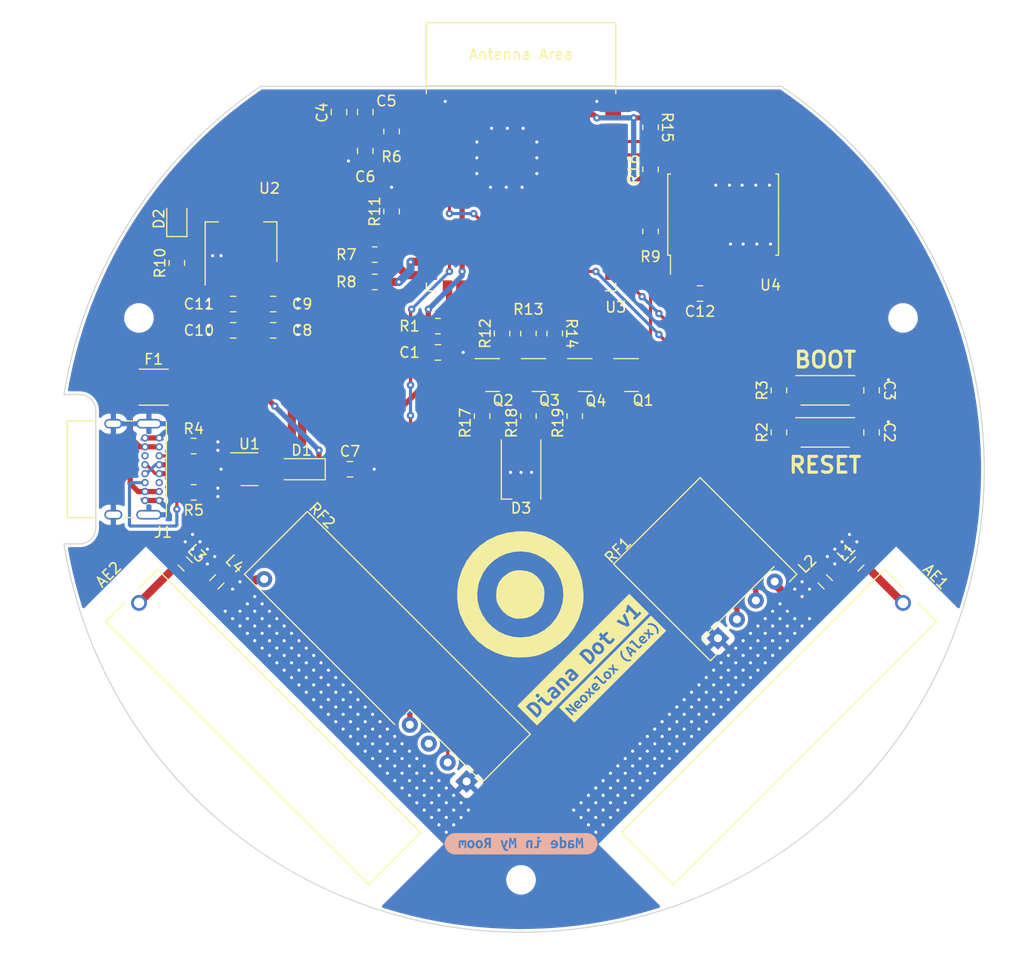
<source format=kicad_pcb>
(kicad_pcb (version 20211014) (generator pcbnew)
  (title_block (title "Quiver") (date "2022-11-06") (rev "v1") (company "Designed by Neoxelox (Alex)"))
  (layers (0 "F.Cu" signal) (31 "B.Cu" power) (34 "B.Paste" user) (35 "F.Paste" user) (36 "B.SilkS" user "B.Silkscreen") (37 "F.SilkS" user "F.Silkscreen") (38 "B.Mask" user) (39 "F.Mask" user) (44 "Edge.Cuts" user))
  (net 0 "")
  (net 1 "Net-(AE1-Pad1)")
  (net 2 "Net-(AE2-Pad1)")
  (net 3 "GND")
  (net 4 "+3.3V")
  (net 5 "Net-(C2-Pad2)")
  (net 6 "Net-(C3-Pad2)")
  (net 7 "/ESP_EN")
  (net 8 "+5V")
  (net 9 "/VBUS")
  (net 10 "Net-(D2-Pad1)")
  (net 11 "Net-(D3-Pad4)")
  (net 12 "Net-(D3-Pad5)")
  (net 13 "Net-(D3-Pad6)")
  (net 14 "Net-(F1-Pad1)")
  (net 15 "Net-(J1-PadA5)")
  (net 16 "Net-(J1-PadA6)")
  (net 17 "Net-(J1-PadA7)")
  (net 19 "Net-(J1-PadB5)")
  (net 21 "Net-(L1-Pad2)")
  (net 22 "Net-(Q1-Pad1)")
  (net 23 "Net-(Q1-Pad2)")
  (net 24 "Net-(Q2-Pad1)")
  (net 25 "Net-(Q2-Pad2)")
  (net 26 "Net-(Q3-Pad1)")
  (net 27 "Net-(Q3-Pad2)")
  (net 28 "Net-(Q4-Pad1)")
  (net 29 "Net-(Q4-Pad2)")
  (net 30 "/ESP_JTAG")
  (net 31 "/ESP_BOOT")
  (net 32 "Net-(R7-Pad1)")
  (net 33 "/USB_D-")
  (net 34 "Net-(R8-Pad1)")
  (net 35 "/USB_D+")
  (net 36 "/DEVICE_TX")
  (net 37 "/DEVICE_RX")
  (net 38 "/STATUS_BLUE")
  (net 39 "/STATUS_GREEN")
  (net 40 "/STATUS_RED")
  (net 41 "/CHRON_SDA")
  (net 42 "/CHRON_SCL")
  (net 73 "Net-(L3-Pad1)")
  (footprint "CU_Image:logo" (layer "F.Cu") (at 148.43 110.5)
    (fp_text reference "G***" hide)
    (fp_text value "LOGO" hide)
  )
  (footprint "Resistor_SMD:R_0805_2012Metric" (layer "F.Cu") (at 151.7 85.7 -90)
    (fp_text reference "R14")
    (fp_text value "1K")
  )
  (footprint "Capacitor_SMD:C_0805_2012Metric" (layer "F.Cu") (at 124.95 82.9)
    (fp_text reference "C9")
    (fp_text value "1uF")
  )
  (footprint "MountingHole:MountingHole_2.2mm_M2" (layer "F.Cu") (at 184.79 84.22)
    (fp_text reference "H3" hide)
    (fp_text value "MountingHole")
  )
  (footprint "Resistor_SMD:R_0805_2012Metric" (layer "F.Cu") (at 149.2 85.7 -90)
    (fp_text reference "R13")
    (fp_text value "1K")
  )
  (footprint "Resistor_SMD:R_0805_2012Metric" (layer "F.Cu") (at 136.2 74.1 90)
    (fp_text reference "R11")
    (fp_text value "10K")
  )
  (footprint "Package_TO_SOT_SMD:SOT-23" (layer "F.Cu") (at 145.8 89.65)
    (fp_text reference "Q2")
    (fp_text value "BC847B")
  )
  (footprint "Capacitor_SMD:C_0805_2012Metric" (layer "F.Cu") (at 181.8 95.1 -90)
    (fp_text reference "C2")
    (fp_text value "0.1uF")
  )
  (footprint "RF_Espressif:ESP32-S3-WROOM-2" (layer "F.Cu") (at 148.5 71.9)
    (fp_text reference "U3")
    (fp_text value "ESP32-S3-WROOM-2-N32R8V")
  )
  (footprint "Capacitor_SMD:C_0805_2012Metric" (layer "F.Cu") (at 133.7 64.65 90)
    (fp_text reference "C5")
    (fp_text value "0.1uF")
  )
  (footprint "Connector_GCT:GCT_USB4085" (layer "F.Cu") (at 114.125 95.625 -90)
    (fp_text reference "J1")
    (fp_text value "USB4085")
  )
  (footprint "CU_Antenna:W3127" (layer "F.Cu") (at 184.791006 111.308995 -135)
    (fp_text reference "AE1")
    (fp_text value "XDCR_W3127")
  )
  (footprint "Inductor_SMD:L_0805_2012Metric" (layer "F.Cu") (at 119.6 109.3 45)
    (fp_text reference "L4")
    (fp_text value "6.8nH")
  )
  (footprint "Capacitor_SMD:C_0805_2012Metric" (layer "F.Cu") (at 140.6 87.5 180)
    (fp_text reference "C1")
    (fp_text value "0.1uF")
  )
  (footprint "Package_TO_SOT_SMD:SOT-23-6" (layer "F.Cu") (at 122.7 98.6)
    (fp_text reference "U1")
    (fp_text value "USBLC6-2SC6")
  )
  (footprint "Resistor_SMD:R_0805_2012Metric" (layer "F.Cu") (at 153.6 93.55 -90)
    (fp_text reference "R19")
    (fp_text value "330R")
  )
  (footprint "Package_TO_SOT_SMD:SOT-223-3_TabPin2" (layer "F.Cu") (at 121.9 77 90)
    (fp_text reference "U2")
    (fp_text value "LDL1117S33R")
  )
  (footprint "Inductor_SMD:L_0805_2012Metric" (layer "F.Cu") (at 177.4 109.3 135)
    (fp_text reference "L2")
    (fp_text value "6.8nH")
  )
  (footprint "Capacitor_SMD:C_0805_2012Metric" (layer "F.Cu") (at 181.8 91.1 -90)
    (fp_text reference "C3")
    (fp_text value "0.1uF")
  )
  (footprint "Capacitor_SMD:C_0805_2012Metric" (layer "F.Cu") (at 124.95 85.4)
    (fp_text reference "C8")
    (fp_text value "10uF")
  )
  (footprint "RF_Quasar:QAM-TX2" (layer "F.Cu") (at 167.210921 114.667254 45)
    (fp_text reference "RF1")
    (fp_text value "QAM-TX2")
  )
  (footprint "Resistor_SMD:R_0805_2012Metric" (layer "F.Cu") (at 136.2 66.5 -90)
    (fp_text reference "R6")
    (fp_text value "10K")
  )
  (footprint "Package_TO_SOT_SMD:SOT-23" (layer "F.Cu") (at 154.6 89.65)
    (fp_text reference "Q4")
    (fp_text value "BC847B")
  )
  (footprint "Capacitor_SMD:C_0805_2012Metric" (layer "F.Cu") (at 165.5 81.9)
    (fp_text reference "C12")
    (fp_text value "0.1uF")
  )
  (footprint "Resistor_SMD:R_0805_2012Metric" (layer "F.Cu") (at 160.8 76 90)
    (fp_text reference "R9")
    (fp_text value "1K")
  )
  (footprint "RF_Quasar:QAM-RX10" (layer "F.Cu") (at 137.938998 122.887337 -45)
    (fp_text reference "RF2")
    (fp_text value "QAM-RX10")
  )
  (footprint "Inductor_SMD:L_0805_2012Metric" (layer "F.Cu") (at 116.6 107.6 135)
    (fp_text reference "L3")
    (fp_text value "12nH")
  )
  (footprint "Resistor_SMD:R_0805_2012Metric" (layer "F.Cu") (at 144.8 93.55 -90)
    (fp_text reference "R17")
    (fp_text value "330R")
  )
  (footprint "Resistor_SMD:R_0805_2012Metric" (layer "F.Cu") (at 134.6 78.2)
    (fp_text reference "R7")
    (fp_text value "22R")
  )
  (footprint "Package_SO:SOIC-16W_7.5x10.3mm_P1.27mm" (layer "F.Cu") (at 167.7 74.4 90)
    (fp_text reference "U4")
    (fp_text value "DS3231SN")
  )
  (footprint "Capacitor_SMD:C_0805_2012Metric" (layer "F.Cu") (at 121.15 85.4 180)
    (fp_text reference "C10")
    (fp_text value "4.7uF")
  )
  (footprint "CU_Antenna:W3127" (layer "F.Cu") (at 112.208995 111.308995 -45)
    (fp_text reference "AE2")
    (fp_text value "XDCR_W3127")
  )
  (footprint "Switch_KMR:KMR421G-LFS" (layer "F.Cu") (at 177.4 91.1)
    (fp_text reference "SW2" hide)
    (fp_text value "KMR421G-LFS")
  )
  (footprint "Resistor_SMD:R_0805_2012Metric" (layer "F.Cu") (at 160.8 66.1 90)
    (fp_text reference "R15")
    (fp_text value "4K7")
  )
  (footprint "MountingHole:MountingHole_2.2mm_M2" (layer "F.Cu") (at 112.2 84.22)
    (fp_text reference "H2" hide)
    (fp_text value "MountingHole")
  )
  (footprint "Resistor_SMD:R_0805_2012Metric" (layer "F.Cu") (at 117.4 100.8)
    (fp_text reference "R5")
    (fp_text value "5K1")
  )
  (footprint "Diode_SMD:D_SOD-123" (layer "F.Cu") (at 127.65 98.6 180)
    (fp_text reference "D1")
    (fp_text value "1N5819HW-7-F")
  )
  (footprint "Resistor_SMD:R_0805_2012Metric" (layer "F.Cu") (at 173 95.1 90)
    (fp_text reference "R2")
    (fp_text value "0R")
  )
  (footprint "MountingHole:MountingHole_2.2mm_M2" (layer "F.Cu") (at 148.5 137.63)
    (fp_text reference "H1" hide)
    (fp_text value "MountingHole")
  )
  (footprint "Inductor_SMD:L_0805_2012Metric" (layer "F.Cu") (at 180.4 107.6 -135)
    (fp_text reference "L1")
    (fp_text value "12nH")
  )
  (footprint "LED_SMD:LED_0805_2012Metric" (layer "F.Cu") (at 115.8 74.8 90)
    (fp_text reference "D2")
    (fp_text value "MP008293")
  )
  (footprint "Resistor_SMD:R_0805_2012Metric" (layer "F.Cu") (at 149.2 93.55 -90)
    (fp_text reference "R18")
    (fp_text value "330R")
  )
  (footprint "Resistor_SMD:R_0805_2012Metric" (layer "F.Cu") (at 140.6 85)
    (fp_text reference "R1")
    (fp_text value "0R")
  )
  (footprint "Capacitor_SMD:C_0805_2012Metric" (layer "F.Cu") (at 133.7 68.35 -90)
    (fp_text reference "C6")
    (fp_text value "1uF")
  )
  (footprint "CU_Polyfuse:MF-MSMF075-24" (layer "F.Cu") (at 113.6 90.8)
    (fp_text reference "F1")
    (fp_text value "MF-MSMF075/24")
  )
  (footprint "Capacitor_SMD:C_0805_2012Metric" (layer "F.Cu") (at 131.2 64.65 90)
    (fp_text reference "C4")
    (fp_text value "22uF")
  )
  (footprint "Resistor_SMD:R_0805_2012Metric" (layer "F.Cu") (at 146.7 85.7 -90)
    (fp_text reference "R12")
    (fp_text value "1K")
  )
  (footprint "Resistor_SMD:R_0805_2012Metric" (layer "F.Cu") (at 115.8 79 90)
    (fp_text reference "R10")
    (fp_text value "5K1")
  )
  (footprint "Capacitor_SMD:C_0805_2012Metric" (layer "F.Cu") (at 132.25 98.6)
    (fp_text reference "C7")
    (fp_text value "10uF")
  )
  (footprint "Resistor_SMD:R_0805_2012Metric" (layer "F.Cu") (at 134.6 80.8)
    (fp_text reference "R8")
    (fp_text value "22R")
  )
  (footprint "Resistor_SMD:R_0805_2012Metric" (layer "F.Cu") (at 160.8 70.1 90)
    (fp_text reference "R16")
    (fp_text value "4K7")
  )
  (footprint "Package_TO_SOT_SMD:SOT-23" (layer "F.Cu") (at 159 89.65)
    (fp_text reference "Q1")
    (fp_text value "BC847B")
  )
  (footprint "Package_TO_SOT_SMD:SOT-23" (layer "F.Cu") (at 150.2 89.65)
    (fp_text reference "Q3")
    (fp_text value "BC847B")
  )
  (footprint "Resistor_SMD:R_0805_2012Metric" (layer "F.Cu") (at 173 91.1 90)
    (fp_text reference "R3")
    (fp_text value "0R")
  )
  (footprint "Resistor_SMD:R_0805_2012Metric" (layer "F.Cu") (at 117.4 96.4)
    (fp_text reference "R4")
    (fp_text value "5K1")
  )
  (footprint "kibuzzard-6373EBEE" (layer "F.Cu") (at 154.4 116.7 45)
    (fp_text reference "kibuzzard-6373EBEE" hide)
    (fp_text value "G***" hide)
  )
  (footprint "LED_CREE:CLX6F-FKC" (layer "F.Cu") (at 148.5 98.6 90)
    (fp_text reference "D3")
    (fp_text value "CLX6F-FKC")
  )
  (footprint "kibuzzard-6373EB20" (layer "F.Cu") (at 157.2 117.6 45)
    (fp_text reference "kibuzzard-6373EB20" hide)
    (fp_text value "G***" hide)
  )
  (footprint "Capacitor_SMD:C_0805_2012Metric" (layer "F.Cu") (at 121.15 82.9 180)
    (fp_text reference "C11")
    (fp_text value "10uF")
  )
  (footprint "Switch_KMR:KMR421G-LFS" (layer "F.Cu") (at 177.4 95.1)
    (fp_text reference "SW1" hide)
    (fp_text value "KMR421G-LFS")
  )
  (footprint "kibuzzard-6373EA89" (layer "B.Cu") (at 148.5 134.2 180)
    (fp_text reference "kibuzzard-6373EA89" hide)
    (fp_text value "G***" hide)
  )
  (gr_line (start 108.1 93.03) (end 108.1 104.17) (layer "Edge.Cuts") (width 0.1))
  (gr_line (start 106.57 105.7) (end 105.070471 105.699923) (layer "Edge.Cuts") (width 0.1))
  (gr_line (start 105.07 91.5) (end 106.57 91.5) (layer "Edge.Cuts") (width 0.1))
  (gr_arc (start 106.57 91.5) (mid 107.651873 91.948127) (end 108.1 93.03) (layer "Edge.Cuts") (width 0.1))
  (gr_line (start 123.769732 62.199606) (end 173.23 62.2) (layer "Edge.Cuts") (width 0.1))
  (gr_arc (start 105.07 91.5) (mid 111.404396 74.925307) (end 123.769732 62.199606) (layer "Edge.Cuts") (width 0.1))
  (gr_arc (start 108.1 104.17) (mid 107.651873 105.251873) (end 106.57 105.7) (layer "Edge.Cuts") (width 0.1))
  (gr_arc (start 173.23 62.2) (mid 172.174436 135.695202) (end 105.070471 105.699923) (layer "Edge.Cuts") (width 0.1))
  (gr_text "BOOT" (at 177.4 88.2) (layer "F.SilkS") (effects (font (size 1.5 1.5) (thickness 0.3))))
  (gr_text "RESET" (at 177.4 98.2) (layer "F.SilkS") (effects (font (size 1.5 1.5) (thickness 0.3))))
  (segment (start 181.402602 107.920591) (end 184.791006 111.308995) (width 0.755) (layer "F.Cu") (net 1))
  (segment (start 181.402602 107.1) (end 181.402602 107.920591) (width 0.755) (layer "F.Cu") (net 1))
  (segment (start 115.848699 106.848699) (end 115.848699 107.669291) (width 0.755) (layer "F.Cu") (net 2))
  (segment (start 115.848699 107.669291) (end 112.208995 111.308995) (width 0.755) (layer "F.Cu") (net 2))
  (segment (start 133.76 63.64) (end 133.7 63.7) (width 0.5) (layer "F.Cu") (net 3))
  (segment (start 136.2 73.1875) (end 136.2 71.8) (width 0.5) (layer "F.Cu") (net 3))
  (segment (start 141.55 87.5) (end 143 87.5) (width 0.5) (layer "F.Cu") (net 3))
  (segment (start 133.2 98.6) (end 134.55 98.6) (width 0.5) (layer "F.Cu") (net 3))
  (segment (start 157.25 63.64) (end 155.9 63.64) (width 0.5) (layer "F.Cu") (net 3))
  (segment (start 166.45 81.9) (end 168.335 80.015) (width 0.5) (layer "F.Cu") (net 3))
  (segment (start 112.775 101.575) (end 114.125 101.575) (width 0.5) (layer "F.Cu") (net 3))
  (segment (start 133.7 63.7) (end 131.2 63.7) (width 0.5) (layer "F.Cu") (net 3))
  (segment (start 120 98.6) (end 121.5625 98.6) (width 0.5) (layer "F.Cu") (net 3))
  (segment (start 139.75 63.64) (end 133.76 63.64) (width 0.5) (layer "F.Cu") (net 3))
  (segment (start 112.775 95.625) (end 114.125 95.625) (width 0.5) (layer "F.Cu") (net 3))
  (segment (start 139.75 63.64) (end 141.3 63.64) (width 0.5) (layer "F.Cu") (net 3))
  (segment (start 133.7 69.3) (end 132.1 69.3) (width 0.5) (layer "F.Cu") (net 3))
  (segment (start 115.8 79.9125) (end 119.3625 79.9125) (width 0.5) (layer "F.Cu") (net 3))
  (segment (start 119.3625 79.9125) (end 119.6 80.15) (width 0.5) (layer "F.Cu") (net 3))
  (segment (start 168.335 80.015) (end 168.335 79.05) (width 0.5) (layer "F.Cu") (net 3))
  (via (at 168.3 71.6) (size 0.7) (drill 0.3) (layers "F.Cu" "B.Cu") (net 3))
  (via (at 168.9 118.4) (size 0.7) (drill 0.3) (layers "F.Cu" "B.Cu") (net 3))
  (via (at 139.3 131) (size 0.7) (drill 0.3) (layers "F.Cu" "B.Cu") (net 3))
  (via (at 178.3 107.6) (size 0.7) (drill 0.3) (layers "F.Cu" "B.Cu") (net 3))
  (via (at 128.8 117.7) (size 0.7) (drill 0.3) (layers "F.Cu" "B.Cu") (net 3))
  (via (at 161.9 126.8) (size 0.7) (drill 0.3) (layers "F.Cu" "B.Cu") (net 3))
  (via (at 127.3 85.8) (size 0.7) (drill 0.3) (layers "F.Cu" "B.Cu") (net 3))
  (via (at 160.5 128.2) (size 0.7) (drill 0.3) (layers "F.Cu" "B.Cu") (net 3))
  (via (at 165.4 119.1) (size 0.7) (drill 0.3) (layers "F.Cu" "B.Cu") (net 3))
  (via (at 150 70.5) (size 0.7) (drill 0.3) (layers "F.Cu" "B.Cu") (net 3))
  (via (at 167 71.6) (size 0.7) (drill 0.3) (layers "F.Cu" "B.Cu") (net 3))
  (via (at 183.4 90.1) (size 0.7) (drill 0.3) (layers "F.Cu" "B.Cu") (net 3))
  (via (at 129.5 117) (size 0.7) (drill 0.3) (layers "F.Cu" "B.Cu") (net 3))
  (via (at 129.5 118.4) (size 0.7) (drill 0.3) (layers "F.Cu" "B.Cu") (net 3))
  (via (at 140 130.3) (size 0.7) (drill 0.3) (layers "F.Cu" "B.Cu") (net 3))
  (via (at 166.1 122.6) (size 0.7) (drill 0.3) (layers "F.Cu" "B.Cu") (net 3))
  (via (at 160.5 126.8) (size 0.7) (drill 0.3) (layers "F.Cu" "B.Cu") (net 3))
  (via (at 157 128.9) (size 0.7) (drill 0.3) (layers "F.Cu" "B.Cu") (net 3))
  (via (at 137.2 126.1) (size 0.7) (drill 0.3) (layers "F.Cu" "B.Cu") (net 3))
  (via (at 133.7 125.4) (size 0.7) (drill 0.3) (layers "F.Cu" "B.Cu") (net 3))
  (via (at 179 106.9) (size 0.7) (drill 0.3) (layers "F.Cu" "B.Cu") (net 3))
  (via (at 118.8 85.8) (size 0.7) (drill 0.3) (layers "F.Cu" "B.Cu") (net 3))
  (via (at 156.3 131) (size 0.7) (drill 0.3) (layers "F.Cu" "B.Cu") (net 3))
  (via (at 166.8 117.7) (size 0.7) (drill 0.3) (layers "F.Cu" "B.Cu") (net 3))
  (via (at 165.4 123.3) (size 0.7) (drill 0.3) (layers "F.Cu" "B.Cu") (net 3))
  (via (at 126 116.3) (size 0.7) (drill 0.3) (layers "F.Cu" "B.Cu") (net 3))
  (via (at 169.6 116.3) (size 0.7) (drill 0.3) (layers "F.Cu" "B.Cu") (net 3))
  (via (at 168.2 119.1) (size 0.7) (drill 0.3) (layers "F.Cu" "B.Cu") (net 3))
  (via (at 169.5 71.6) (size 0.7) (drill 0.3) (layers "F.Cu" "B.Cu") (net 3))
  (via (at 154.9 132.4) (size 0.7) (drill 0.3) (layers "F.Cu" "B.Cu") (net 3))
  (via (at 126 113.5) (size 0.7) (drill 0.3) (layers "F.Cu" "B.Cu") (net 3))
  (via (at 127.4 114.9) (size 0.7) (drill 0.3) (layers "F.Cu" "B.Cu") (net 3))
  (via (at 159.1 126.8) (size 0.7) (drill 0.3) (layers "F.Cu" "B.Cu") (net 3))
  (via (at 118.8 83.3) (size 0.7) (drill 0.3) (layers "F.Cu" "B.Cu") (net 3))
  (via (at 171 114.9) (size 0.7) (drill 0.3) (layers "F.Cu" "B.Cu") (net 3))
  (via (at 138.6 126.1) (size 0.7) (drill 0.3) (layers "F.Cu" "B.Cu") (net 3))
  (via (at 175.9 110) (size 0.7) (drill 0.3) (layers "F.Cu" "B.Cu") (net 3))
  (via (at 169.6 119.1) (size 0.7) (drill 0.3) (layers "F.Cu" "B.Cu") (net 3))
  (via (at 159.1 129.6) (size 0.7) (drill 0.3) (layers "F.Cu" "B.Cu") (net 3))
  (via (at 157.7 126.8) (size 0.7) (drill 0.3) (layers "F.Cu" "B.Cu") (net 3))
  (via (at 134.4 124.7) (size 0.7) (drill 0.3) (layers "F.Cu" "B.Cu") (net 3))
  (via (at 132.3 124) (size 0.7) (drill 0.3) (layers "F.Cu" "B.Cu") (net 3))
  (via (at 171 117.7) (size 0.7) (drill 0.3) (layers "F.Cu" "B.Cu") (net 3))
  (via (at 118.7 106.2) (size 0.7) (drill 0.3) (layers "F.Cu" "B.Cu") (net 3))
  (via (at 168.2 120.5) (size 0.7) (drill 0.3) (layers "F.Cu" "B.Cu") (net 3))
  (via (at 171.7 114.2) (size 0.7) (drill 0.3) (layers "F.Cu" "B.Cu") (net 3))
  (via (at 147.2 66.2) (size 0.7) (drill 0.3) (layers "F.Cu" "B.Cu") (net 3))
  (via (at 135.1 122.6) (size 0.7) (drill 0.3) (layers "F.Cu" "B.Cu") (net 3))
  (via (at 159.1 128.2) (size 0.7) (drill 0.3) (layers "F.Cu" "B.Cu") (net 3))
  (via (at 127.3 83.3) (size 0.7) (drill 0.3) (layers "F.Cu" "B.Cu") (net 3))
  (via (at 133 120.5) (size 0.7) (drill 0.3) (layers "F.Cu" "B.Cu") (net 3))
  (via (at 136.5 126.8) (size 0.7) (drill 0.3) (layers "F.Cu" "B.Cu") (net 3))
  (via (at 179.7 104.8) (size 0.7) (drill 0.3) (layers "F.Cu" "B.Cu") (net 3))
  (via (at 144.3 67.5) (size 0.7) (drill 0.3) (layers "F.Cu" "B.Cu") (net 3))
  (via (at 168.9 117) (size 0.7) (drill 0.3) (layers "F.Cu" "B.Cu") (net 3))
  (via (at 166.1 118.4) (size 0.7) (drill 0.3) (layers "F.Cu" "B.Cu") (net 3))
  (via (at 133 123.3) (size 0.7) (drill 0.3) (layers "F.Cu" "B.Cu") (net 3))
  (via (at 130.2 117.7) (size 0.7) (drill 0.3) (layers "F.Cu" "B.Cu") (net 3))
  (via (at 123.9 112.8) (size 0.7) (drill 0.3) (layers "F.Cu" "B.Cu") (net 3))
  (via (at 173.8 112.1) (size 0.7) (drill 0.3) (layers "F.Cu" "B.Cu") (net 3))
  (via (at 164.7 122.6) (size 0.7) (drill 0.3) (layers "F.Cu" "B.Cu") (net 3))
  (via (at 171 116.3) (size 0.7) (drill 0.3) (layers "F.Cu" "B.Cu") (net 3))
  (via (at 133.7 122.6) (size 0.7) (drill 0.3) (layers "F.Cu" "B.Cu") (net 3))
  (via (at 166.1 119.8) (size 0.7) (drill 0.3) (layers "F.Cu" "B.Cu") (net 3))
  (via (at 123.2 110.7) (size 0.7) (drill 0.3) (layers "F.Cu" "B.Cu") (net 3))
  (via (at 118.8 82.5) (size 0.7) (drill 0.3) (layers "F.Cu" "B.Cu") (net 3))
  (via (at 168.9 115.6) (size 0.7) (drill 0.3) (layers "F.Cu" "B.Cu") (net 3))
  (via (at 124.6 112.1) (size 0.7) (drill 0.3) (layers "F.Cu" "B.Cu") (net 3))
  (via (at 158.4 130.3) (size 0.7) (drill 0.3) (layers "F.Cu" "B.Cu") (net 3))
  (via (at 158.4 127.5) (size 0.7) (drill 0.3) (layers "F.Cu" "B.Cu") (net 3))
  (via (at 118 105.5) (size 0.7) (drill 0.3) (layers "F.Cu" "B.Cu") (net 3))
  (via (at 164.7 119.8) (size 0.7) (drill 0.3) (layers "F.Cu" "B.Cu") (net 3))
  (via (at 178.3 106.2) (size 0.7) (drill 0.3) (layers "F.Cu" "B.Cu") (net 3))
  (via (at 163.3 124) (size 0.7) (drill 0.3) (layers "F.Cu" "B.Cu") (net 3))
  (via (at 140 131.7) (size 0.7) (drill 0.3) (layers "F.Cu" "B.Cu") (net 3))
  (via (at 169.6 77.2) (size 0.7) (drill 0.3) (layers "F.Cu" "B.Cu") (net 3))
  (via (at 167.5 118.4) (size 0.7) (drill 0.3) (layers "F.Cu" "B.Cu") (net 3))
  (via (at 175.2 110.7) (size 0.7) (drill 0.3) (layers "F.Cu" "B.Cu") (net 3))
  (via (at 140.7 128.2) (size 0.7) (drill 0.3) (layers "F.Cu" "B.Cu") (net 3))
  (via (at 144.3 70.5) (size 0.7) (drill 0.3) (layers "F.Cu" "B.Cu") (net 3))
  (via (at 150 67.5) (size 0.7) (drill 0.3) (layers "F.Cu" "B.Cu") (net 3))
  (via (at 166.8 121.9) (size 0.7) (drill 0.3) (layers "F.Cu" "B.Cu") (net 3))
  (via (at 159.8 127.5) (size 0.7) (drill 0.3) (layers "F.Cu" "B.Cu") (net 3))
  (via (at 162.6 121.9) (size 0.7) (drill 0.3) (layers "F.Cu" "B.Cu") (net 3))
  (via (at 117.3 104.8) (size 0.7) (drill 0.3) (layers "F.Cu" "B.Cu") (net 3))
  (via (at 119.4 106.9) (size 0.7) (drill 0.3) (layers "F.Cu" "B.Cu") (net 3))
  (via (at 137.2 127.5) (size 0.7) (drill 0.3) (layers "F.Cu" "B.Cu") (net 3))
  (via (at 119.7 101.2) (size 0.7) (drill 0.3) (layers "F.Cu" "B.Cu") (net 3))
  (via (at 142.1 131) (size 0.7) (drill 0.3) (layers "F.Cu" "B.Cu") (net 3))
  (via (at 133.7 121.2) (size 0.7) (drill 0.3) (layers "F.Cu" "B.Cu") (net 3))
  (via (at 127.4 117.7) (size 0.7) (drill 0.3) (layers "F.Cu" "B.Cu") (net 3))
  (via (at 132.1 69.3) (size 0.7) (drill 0.3) (layers "F.Cu" "B.Cu") (net 3))
  (via (at 132.3 119.8) (size 0.7) (drill 0.3) (layers "F.Cu" "B.Cu") (net 3))
  (via (at 118.7 107.6) (size 0.7) (drill 0.3) (layers "F.Cu" "B.Cu") (net 3))
  (via (at 137.9 126.8) (size 0.7) (drill 0.3) (layers "F.Cu" "B.Cu") (net 3))
  (via (at 130.9 118.4) (size 0.7) (drill 0.3) (layers "F.Cu" "B.Cu") (net 3))
  (via (at 171.7 115.6) (size 0.7) (drill 0.3) (layers "F.Cu" "B.Cu") (net 3))
  (via (at 172.1 71.6) (size 0.7) (drill 0.3) (layers "F.Cu" "B.Cu") (net 3))
  (via (at 160.5 124) (size 0.7) (drill 0.3) (layers "F.Cu" "B.Cu") (net 3))
  (via (at 142.1 129.6) (size 0.7) (drill 0.3) (layers "F.Cu" "B.Cu") (net 3))
  (via (at 137.9 128.2) (size 0.7) (drill 0.3) (layers "F.Cu" "B.Cu") (net 3))
  (via (at 171 113.5) (size 0.7) (drill 0.3) (layers "F.Cu" "B.Cu") (net 3))
  (via (at 124.6 114.9) (size 0.7) (drill 0.3) (layers "F.Cu" "B.Cu") (net 3))
  (via (at 134.4 123.3) (size 0.7) (drill 0.3) (layers "F.Cu" "B.Cu") (net 3))
  (via (at 170.3 118.4) (size 0.7) (drill 0.3) (layers "F.Cu" "B.Cu") (net 3))
  (via (at 173.1 115.6) (size 0.7) (drill 0.3) (layers "F.Cu" "B.Cu") (net 3))
  (via (at 135.1 124) (size 0.7) (drill 0.3) (layers "F.Cu" "B.Cu") (net 3))
  (via (at 154.2 130.3) (size 0.7) (drill 0.3) (layers "F.Cu" "B.Cu") (net 3))
  (via (at 120 98.6) (size 0.7) (drill 0.3) (layers "F.Cu" "B.Cu") (net 3))
  (via (at 126.7 117) (size 0.7) (drill 0.3) (layers "F.Cu" "B.Cu") (net 3))
  (via (at 166.8 120.5) (size 0.7) (drill 0.3) (layers "F.Cu" "B.Cu") (net 3))
  (via (at 139.3 129.6) (size 0.7) (drill 0.3) (layers "F.Cu" "B.Cu") (net 3))
  (via (at 160.5 125.4) (size 0.7) (drill 0.3) (layers "F.Cu" "B.Cu") (net 3))
  (via (at 137.2 124.7) (size 0.7) (drill 0.3) (layers "F.Cu" "B.Cu") (net 3))
  (via (at 165.4 120.5) (size 0.7) (drill 0.3) (layers "F.Cu" "B.Cu") (net 3))
  (via (at 128.8 119.1) (size 0.7) (drill 0.3) (layers "F.Cu" "B.Cu") (net 3))
  (via (at 170.3 117) (size 0.7) (drill 0.3) (layers "F.Cu" "B.Cu") (net 3))
  (via (at 157.7 131) (size 0.7) (drill 0.3) (layers "F.Cu" "B.Cu") (net 3))
  (via (at 183.4 94.1) (size 0.7) (drill 0.3) (layers "F.Cu" "B.Cu") (net 3))
  (via (at 155.6 131.7) (size 0.7) (drill 0.3) (layers "F.Cu" "B.Cu") (net 3))
  (via (at 129.5 119.8) (size 0.7) (drill 0.3) (layers "F.Cu" "B.Cu") (net 3))
  (via (at 135.8 123.3) (size 0.7) (drill 0.3) (layers "F.Cu" "B.Cu") (net 3))
  (via (at 130.2 119.1) (size 0.7) (drill 0.3) (layers "F.Cu" "B.Cu") (net 3))
  (via (at 130.9 119.8) (size 0.7) (drill 0.3) (layers "F.Cu" "B.Cu") (net 3))
  (via (at 130.2 121.9) (size 0.7) (drill 0.3) (layers "F.Cu" "B.Cu") (net 3))
  (via (at 180.4 105.5) (size 0.7) (drill 0.3) (layers "F.Cu" "B.Cu") (net 3))
  (via (at 134.4 126.1) (size 0.7) (drill 0.3) (layers "F.Cu" "B.Cu") (net 3))
  (via (at 172.2 77.2) (size 0.7) (drill 0.3) (layers "F.Cu" "B.Cu") (net 3))
  (via (at 156.3 129.6) (size 0.7) (drill 0.3) (layers "F.Cu" "B.Cu") (net 3))
  (via (at 161.2 123.3) (size 0.7) (drill 0.3) (layers "F.Cu" "B.Cu") (net 3))
  (via (at 132.3 122.6) (size 0.7) (drill 0.3) (layers "F.Cu" "B.Cu") (net 3))
  (via (at 148.5 98.9) (size 0.7) (drill 0.3) (layers "F.Cu" "B.Cu") (net 3))
  (via (at 124.6 116.3) (size 0.7) (drill 0.3) (layers "F.Cu" "B.Cu") (net 3))
  (via (at 130.9 122.6) (size 0.7) (drill 0.3) (layers "F.Cu" "B.Cu") (net 3))
  (via (at 137.2 128.9) (size 0.7) (drill 0.3) (layers "F.Cu" "B.Cu") (net 3))
  (via (at 137.9 129.6) (size 0.7) (drill 0.3) (layers "F.Cu" "B.Cu") (net 3))
  (via (at 143.5 131) (size 0.7) (drill 0.3) (layers "F.Cu" "B.Cu") (net 3))
  (via (at 129.5 121.2) (size 0.7) (drill 0.3) (layers "F.Cu" "B.Cu") (net 3))
  (via (at 173.1 111.4) (size 0.7) (drill 0.3) (layers "F.Cu" "B.Cu") (net 3))
  (via (at 172.4 112.1) (size 0.7) (drill 0.3) (layers "F.Cu" "B.Cu") (net 3))
  (via (at 140.7 129.6) (size 0.7) (drill 0.3) (layers "F.Cu" "B.Cu") (net 3))
  (via (at 127.3 85) (size 0.7) (drill 0.3) (layers "F.Cu" "B.Cu") (net 3))
  (via (at 173.8 114.9) (size 0.7) (drill 0.3) (layers "F.Cu" "B.Cu") (net 3))
  (via (at 142.8 130.3) (size 0.7) (drill 0.3) (layers "F.Cu" "B.Cu") (net 3))
  (via (at 161.2 124.7) (size 0.7) (drill 0.3) (layers "F.Cu" "B.Cu") (net 3))
  (via (at 128.8 120.5) (size 0.7) (drill 0.3) (layers "F.Cu" "B.Cu") (net 3))
  (via (at 122.5 111.4) (size 0.7) (drill 0.3) (layers "F.Cu" "B.Cu") (net 3))
  (via (at 161.9 125.4) (size 0.7) (drill 0.3) (layers "F.Cu" "B.Cu") (net 3))
  (via (at 119.7 96) (size 0.7) (drill 0.3) (layers "F.Cu" "B.Cu") (net 3))
  (via (at 125.3 115.6) (size 0.7) (drill 0.3) (layers "F.Cu" "B.Cu") (net 3))
  (via (at 135.8 126.1) (size 0.7) (drill 0.3) (layers "F.Cu" "B.Cu") (net 3))
  (via (at 164 120.5) (size 0.7) (drill 0.3) (layers "F.Cu" "B.Cu") (net 3))
  (via (at 126.7 118.4) (size 0.7) (drill 0.3) (layers "F.Cu" "B.Cu") (net 3))
  (via (at 161.2 127.5) (size 0.7) (drill 0.3) (layers "F.Cu" "B.Cu") (net 3))
  (via (at 145.6 71.8) (size 0.7) (drill 0.3) (layers "F.Cu" "B.Cu") (net 3))
  (via (at 173.1 112.8) (size 0.7) (drill 0.3) (layers "F.Cu" "B.Cu") (net 3))
  (via (at 157 127.5) (size 0.7) (drill 0.3) (layers "F.Cu" "B.Cu") (net 3))
  (via (at 127.4 116.3) (size 0.7) (drill 0.3) (layers "F.Cu" "B.Cu") (net 3))
  (via (at 128.1 118.4) (size 0.7) (drill 0.3) (layers "F.Cu" "B.Cu") (net 3))
  (via (at 125.3 112.8) (size 0.7) (drill 0.3) (layers "F.Cu" "B.Cu") (net 3))
  (via (at 172.4 113.5) (size 0.7) (drill 0.3) (layers "F.Cu" "B.Cu") (net 3))
  (via (at 165.4 121.9) (size 0.7) (drill 0.3) (layers "F.Cu" "B.Cu") (net 3))
  (via (at 161.9 124) (size 0.7) (drill 0.3) (layers "F.Cu" "B.Cu") (net 3))
  (via (at 125.3 117) (size 0.7) (drill 0.3) (layers "F.Cu" "B.Cu") (net 3))
  (via (at 121.1 110) (size 0.7) (drill 0.3) (layers "F.Cu" "B.Cu") (net 3))
  (via (at 123.9 115.6) (size 0.7) (drill 0.3) (layers "F.Cu" "B.Cu") (net 3))
  (via (at 161.9 122.6) (size 0.7) (drill 0.3) (layers "F.Cu" "B.Cu") (net 3))
  (via (at 136.5 125.4) (size 0.7) (drill 0.3) (layers "F.Cu" "B.Cu") (net 3))
  (via (at 155.6 130.3) (size 0.7) (drill 0.3) (layers "F.Cu" "B.Cu") (net 3))
  (via (at 126.7 115.6) (size 0.7) (drill 0.3) (layers "F.Cu" "B.Cu") (net 3))
  (via (at 135.1 126.8) (size 0.7) (drill 0.3) (layers "F.Cu" "B.Cu") (net 3))
  (via (at 116.6 105.5) (size 0.7) (drill 0.3) (layers "F.Cu" "B.Cu") (net 3))
  (via (at 138.6 127.5) (size 0.7) (drill 0.3) (layers "F.Cu" "B.Cu") (net 3))
  (via (at 133 121.9) (size 0.7) (drill 0.3) (layers "F.Cu" "B.Cu") (net 3))
  (via (at 130.2 120.5) (size 0.7) (drill 0.3) (layers "F.Cu" "B.Cu") (net 3))
  (via (at 132.3 121.2) (size 0.7) (drill 0.3) (layers "F.Cu" "B.Cu") (net 3))
  (via (at 173.8 113.5) (size 0.7) (drill 0.3) (layers "F.Cu" "B.Cu") (net 3))
  (via (at 122.5 112.8) (size 0.7) (drill 0.3) (layers "F.Cu" "B.Cu") (net 3))
  (via (at 159.8 128.9) (size 0.7) (drill 0.3) (layers "F.Cu" "B.Cu") (net 3))
  (via (at 138.6 128.9) (size 0.7) (drill 0.3) (layers "F.Cu" "B.Cu") (net 3))
  (via (at 164.7 121.2) (size 0.7) (drill 0.3) (layers "F.Cu" "B.Cu") (net 3))
  (via (at 118 106.9) (size 0.7) (drill 0.3) (layers "F.Cu" "B.Cu") (net 3))
  (via (at 154.9 131) (size 0.7) (drill 0.3) (layers "F.Cu" "B.Cu") (net 3))
  (via (at 149.5 98.9) (size 0.7) (drill 0.3) (layers "F.Cu" "B.Cu") (net 3))
  (via (at 121.1 112.8) (size 0.7) (drill 0.3) (layers "F.Cu" "B.Cu") (net 3))
  (via (at 175.2 109.3) (size 0.7) (drill 0.3) (layers "F.Cu" "B.Cu") (net 3))
  (via (at 170.9 77.2) (size 0.7) (drill 0.3) (layers "F.Cu" "B.Cu") (net 3))
  (via (at 135.1 125.4) (size 0.7) (drill 0.3) (layers "F.Cu" "B.Cu") (net 3))
  (via (at 140.7 131) (size 0.7) (drill 0.3) (layers "F.Cu" "B.Cu") (net 3))
  (via (at 128.1 115.6) (size 0.7) (drill 0.3) (layers "F.Cu" "B.Cu") (net 3))
  (via (at 167.5 117) (size 0.7) (drill 0.3) (layers "F.Cu" "B.Cu") (net 3))
  (via (at 138.6 130.3) (size 0.7) (drill 0.3) (layers "F.Cu" "B.Cu") (net 3))
  (via (at 169.6 114.9) (size 0.7) (drill 0.3) (layers "F.Cu" "B.Cu") (net 3))
  (via (at 162.6 126.1) (size 0.7) (drill 0.3) (layers "F.Cu" "B.Cu") (net 3))
  (via (at 143 87.5) (size 0.7) (drill 0.3) (layers "F.Cu" "B.Cu") (net 3))
  (via (at 133.7 124) (size 0.7) (drill 0.3) (layers "F.Cu" "B.Cu") (net 3))
  (via (at 134.4 121.9) (size 0.7) (drill 0.3) (layers "F.Cu" "B.Cu") (net 3))
  (via (at 121.8 112.1) (size 0.7) (drill 0.3) (layers "F.Cu" "B.Cu") (net 3))
  (via (at 119.7 100.4) (size 0.7) (drill 0.3) (layers "F.Cu" "B.Cu") (net 3))
  (via (at 123.2 113.5) (size 0.7) (drill 0.3) (layers "F.Cu" "B.Cu") (net 3))
  (via (at 126 117.7) (size 0.7) (drill 0.3) (layers "F.Cu" "B.Cu") (net 3))
  (via (at 164.7 124) (size 0.7) (drill 0.3) (layers "F.Cu" "B.Cu") (net 3))
  (via (at 139.3 128.2) (size 0.7) (drill 0.3) (layers "F.Cu" "B.Cu") (net 3))
  (via (at 122.5 114.2) (size 0.7) (drill 0.3) (layers "F.Cu" "B.Cu") (net 3))
  (via (at 131.6 120.5) (size 0.7) (drill 0.3) (layers "F.Cu" "B.Cu") (net 3))
  (via (at 168.9 119.8) (size 0.7) (drill 0.3) (layers "F.Cu" "B.Cu") (net 3))
  (via (at 139.3 126.8) (size 0.7) (drill 0.3) (layers "F.Cu" "B.Cu") (net 3))
  (via (at 155.6 133.1) (size 0.7) (drill 0.3) (layers "F.Cu" "B.Cu") (net 3))
  (via (at 175.2 113.5) (size 0.7) (drill 0.3) (layers "F.Cu" "B.Cu") (net 3))
  (via (at 141.4 128.9) (size 0.7) (drill 0.3) (layers "F.Cu" "B.Cu") (net 3))
  (via (at 137.9 125.4) (size 0.7) (drill 0.3) (layers "F.Cu" "B.Cu") (net 3))
  (via (at 170.3 115.6) (size 0.7) (drill 0.3) (layers "F.Cu" "B.Cu") (net 3))
  (via (at 172.4 114.9) (size 0.7) (drill 0.3) (layers "F.Cu" "B.Cu") (net 3))
  (via (at 119.2 78.3) (size 0.7) (drill 0.3) (layers "F.Cu" "B.Cu") (net 3))
  (via (at 142.1 132.4) (size 0.7) (drill 0.3) (layers "F.Cu" "B.Cu") (net 3))
  (via (at 127.4 119.1) (size 0.7) (drill 0.3) (layers "F.Cu" "B.Cu") (net 3))
  (via (at 144.3 69) (size 0.7) (drill 0.3) (layers "F.Cu" "B.Cu") (net 3))
  (via (at 156.3 128.2) (size 0.7) (drill 0.3) (layers "F.Cu" "B.Cu") (net 3))
  (via (at 170.8 71.6) (size 0.7) (drill 0.3) (layers "F.Cu" "B.Cu") (net 3))
  (via (at 157 131.7) (size 0.7) (drill 0.3) (layers "F.Cu" "B.Cu") (net 3))
  (via (at 119.7 96.8) (size 0.7) (drill 0.3) (layers "F.Cu" "B.Cu") (net 3))
  (via (at 141.3 63.64) (size 0.7) (drill 0.3) (layers "F.Cu" "B.Cu") (net 3))
  (via (at 131.6 123.3) (size 0.7) (drill 0.3) (layers "F.Cu" "B.Cu") (net 3))
  (via (at 147.5 98.9) (size 0.7) (drill 0.3) (layers "F.Cu" "B.Cu") (net 3))
  (via (at 133 124.7) (size 0.7) (drill 0.3) (layers "F.Cu" "B.Cu") (net 3))
  (via (at 150 69) (size 0.7) (drill 0.3) (layers "F.Cu" "B.Cu") (net 3))
  (via (at 127.3 82.5) (size 0.7) (drill 0.3) (layers "F.Cu" "B.Cu") (net 3))
  (via (at 131.6 121.9) (size 0.7) (drill 0.3) (layers "F.Cu" "B.Cu") (net 3))
  (via (at 136.2 71.8) (size 0.7) (drill 0.3) (layers "F.Cu" "B.Cu") (net 3))
  (via (at 154.9 129.6) (size 0.7) (drill 0.3) (layers "F.Cu" "B.Cu") (net 3))
  (via (at 126.7 114.2) (size 0.7) (drill 0.3) (layers "F.Cu" "B.Cu") (net 3))
  (via (at 162.6 123.3) (size 0.7) (drill 0.3) (layers "F.Cu" "B.Cu") (net 3))
  (via (at 125.3 114.2) (size 0.7) (drill 0.3) (layers "F.Cu" "B.Cu") (net 3))
  (via (at 153.5 131) (size 0.7) (drill 0.3) (layers "F.Cu" "B.Cu") (net 3))
  (via (at 123.9 111.4) (size 0.7) (drill 0.3) (layers "F.Cu" "B.Cu") (net 3))
  (via (at 120 78.3) (size 0.7) (drill 0.3) (layers "F.Cu" "B.Cu") (net 3))
  (via (at 124.6 113.5) (size 0.7) (drill 0.3) (layers "F.Cu" "B.Cu") (net 3))
  (via (at 140 127.5) (size 0.7) (drill 0.3) (layers "F.Cu" "B.Cu") (net 3))
  (via (at 141.4 130.3) (size 0.7) (drill 0.3) (layers "F.Cu" "B.Cu") (net 3))
  (via (at 128.8 116.3) (size 0.7) (drill 0.3) (layers "F.Cu" "B.Cu") (net 3))
  (via (at 148.6 71.8) (size 0.7) (drill 0.3) (layers "F.Cu" "B.Cu") (net 3))
  (via (at 159.1 125.4) (size 0.7) (drill 0.3) (layers "F.Cu" "B.Cu") (net 3))
  (via (at 163.3 125.4) (size 0.7) (drill 0.3) (layers "F.Cu" "B.Cu") (net 3))
  (via (at 157 130.3) (size 0.7) (drill 0.3) (layers "F.Cu" "B.Cu") (net 3))
  (via (at 168.4 77.2) (size 0.7) (drill 0.3) (layers "F.Cu" "B.Cu") (net 3))
  (via (at 170.3 114.2) (size 0.7) (drill 0.3) (layers "F.Cu" "B.Cu") (net 3))
  (via (at 123.9 114.2) (size 0.7) (drill 0.3) (layers "F.Cu" "B.Cu") (net 3))
  (via (at 173.1 114.2) (size 0.7) (drill 0.3) (layers "F.Cu" "B.Cu") (net 3))
  (via (at 141.4 131.7) (size 0.7) (drill 0.3) (layers "F.Cu" "B.Cu") (net 3))
  (via (at 166.8 119.1) (size 0.7) (drill 0.3) (layers "F.Cu" "B.Cu") (net 3))
  (via (at 121.8 109.3) (size 0.7) (drill 0.3) (layers "F.Cu" "B.Cu") (net 3))
  (via (at 159.8 124.7) (size 0.7) (drill 0.3) (layers "F.Cu" "B.Cu") (net 3))
  (via (at 128.1 119.8) (size 0.7) (drill 0.3) (layers "F.Cu" "B.Cu") (net 3))
  (via (at 161.2 126.1) (size 0.7) (drill 0.3) (layers "F.Cu" "B.Cu") (net 3))
  (via (at 117.3 106.2) (size 0.7) (drill 0.3) (layers "F.Cu" "B.Cu") (net 3))
  (via (at 123.2 112.1) (size 0.7) (drill 0.3) (layers "F.Cu" "B.Cu") (net 3))
  (via (at 164 121.9) (size 0.7) (drill 0.3) (layers "F.Cu" "B.Cu") (net 3))
  (via (at 145.7 66.2) (size 0.7) (drill 0.3) (layers "F.Cu" "B.Cu") (net 3))
  (via (at 157.7 129.6) (size 0.7) (drill 0.3) (layers "F.Cu" "B.Cu") (net 3))
  (via (at 171.7 117) (size 0.7) (drill 0.3) (layers "F.Cu" "B.Cu") (net 3))
  (via (at 168.2 117.7) (size 0.7) (drill 0.3) (layers "F.Cu" "B.Cu") (net 3))
  (via (at 120.4 112.1) (size 0.7) (drill 0.3) (layers "F.Cu" "B.Cu") (net 3))
  (via (at 123.2 114.9) (size 0.7) (drill 0.3) (layers "F.Cu" "B.Cu") (net 3))
  (via (at 179 105.5) (size 0.7) (drill 0.3) (layers "F.Cu" "B.Cu") (net 3))
  (via (at 147.1 71.8) (size 0.7) (drill 0.3) (layers "F.Cu" "B.Cu") (net 3))
  (via (at 128.1 117) (size 0.7) (drill 0.3) (layers "F.Cu" "B.Cu") (net 3))
  (via (at 126 114.9) (size 0.7) (drill 0.3) (layers "F.Cu" "B.Cu") (net 3))
  (via (at 179.7 106.2) (size 0.7) (drill 0.3) (layers "F.Cu" "B.Cu") (net 3))
  (via (at 169.6 117.7) (size 0.7) (drill 0.3) (layers "F.Cu" "B.Cu") (net 3))
  (via (at 163.3 122.6) (size 0.7) (drill 0.3) (layers "F.Cu" "B.Cu") (net 3))
  (via (at 136.5 128.2) (size 0.7) (drill 0.3) (layers "F.Cu" "B.Cu") (net 3))
  (via (at 134.55 98.6) (size 0.7) (drill 0.3) (layers "F.Cu" "B.Cu") (net 3))
  (via (at 174.5 110) (size 0.7) (drill 0.3) (layers "F.Cu" "B.Cu") (net 3))
  (via (at 174.5 112.8) (size 0.7) (drill 0.3) (layers "F.Cu" "B.Cu") (net 3))
  (via (at 163.3 121.2) (size 0.7) (drill 0.3) (layers "F.Cu" "B.Cu") (net 3))
  (via (at 164 123.3) (size 0.7) (drill 0.3) (layers "F.Cu" "B.Cu") (net 3))
  (via (at 136.5 124) (size 0.7) (drill 0.3) (layers "F.Cu" "B.Cu") (net 3))
  (via (at 171.7 112.8) (size 0.7) (drill 0.3) (layers "F.Cu" "B.Cu") (net 3))
  (via (at 140.7 132.4) (size 0.7) (drill 0.3) (layers "F.Cu" "B.Cu") (net 3))
  (via (at 167.5 119.8) (size 0.7) (drill 0.3) (layers "F.Cu" "B.Cu") (net 3))
  (via (at 154.2 131.7) (size 0.7) (drill 0.3) (layers "F.Cu" "B.Cu") (net 3))
  (via (at 135.8 124.7) (size 0.7) (drill 0.3) (layers "F.Cu" "B.Cu") (net 3))
  (via (at 155.6 128.9) (size 0.7) (drill 0.3) (layers "F.Cu" "B.Cu") (net 3))
  (via (at 175.9 112.8) (size 0.7) (drill 0.3) (layers "F.Cu" "B.Cu") (net 3))
  (via (at 118.8 85) (size 0.7) (drill 0.3) (layers "F.Cu" "B.Cu") (net 3))
  (via (at 148.7 66.2) (size 0.7) (drill 0.3) (layers "F.Cu" "B.Cu") (net 3))
  (via (at 166.1 121.2) (size 0.7) (drill 0.3) (layers "F.Cu" "B.Cu") (net 3))
  (via (at 174.5 114.2) (size 0.7) (drill 0.3) (layers "F.Cu" "B.Cu") (net 3))
  (via (at 131.6 119.1) (size 0.7) (drill 0.3) (layers "F.Cu" "B.Cu") (net 3))
  (via (at 141.4 133.1) (size 0.7) (drill 0.3) (layers "F.Cu" "B.Cu") (net 3))
  (via (at 158.4 128.9) (size 0.7) (drill 0.3) (layers "F.Cu" "B.Cu") (net 3))
  (via (at 157.7 128.2) (size 0.7) (drill 0.3) (layers "F.Cu" "B.Cu") (net 3))
  (via (at 135.8 127.5) (size 0.7) (drill 0.3) (layers "F.Cu" "B.Cu") (net 3))
  (via (at 177.6 106.9) (size 0.7) (drill 0.3) (layers "F.Cu" "B.Cu") (net 3))
  (via (at 130.9 121.2) (size 0.7) (drill 0.3) (layers "F.Cu" "B.Cu") (net 3))
  (via (at 121.8 113.5) (size 0.7) (drill 0.3) (layers "F.Cu" "B.Cu") (net 3))
  (via (at 167.5 121.2) (size 0.7) (drill 0.3) (layers "F.Cu" "B.Cu") (net 3))
  (via (at 140 128.9) (size 0.7) (drill 0.3) (layers "F.Cu" "B.Cu") (net 3))
  (via (at 142.8 131.7) (size 0.7) (drill 0.3) (layers "F.Cu" "B.Cu") (net 3))
  (via (at 156.3 132.4) (size 0.7) (drill 0.3) (layers "F.Cu" "B.Cu") (net 3))
  (via (at 164 124.7) (size 0.7) (drill 0.3) (layers "F.Cu" "B.Cu") (net 3))
  (via (at 172.4 116.3) (size 0.7) (drill 0.3) (layers "F.Cu" "B.Cu") (net 3))
  (via (at 162.6 124.7) (size 0.7) (drill 0.3) (layers "F.Cu" "B.Cu") (net 3))
  (via (at 155.7 63.64) (size 0.7) (drill 0.3) (layers "F.Cu" "B.Cu") (net 3))
  (via (at 168.2 116.3) (size 0.7) (drill 0.3) (layers "F.Cu" "B.Cu") (net 3))
  (via (at 159.8 126.1) (size 0.7) (drill 0.3) (layers "F.Cu" "B.Cu") (net 3))
  (via (at 158.4 126.1) (size 0.7) (drill 0.3) (layers "F.Cu" "B.Cu") (net 3))
  (segment (start 155.41 64.91) (end 155.7 65.2) (width 0.5) (layer "F.Cu") (net 4))
  (segment (start 139.65 87.5) (end 139.65 85.0375) (width 0.5) (layer "F.Cu") (net 4))
  (segment (start 136.8775 64.91) (end 136.2 65.5875) (width 0.5) (layer "F.Cu") (net 4))
  (segment (start 139.6875 85) (end 139.6875 83.4125) (width 0.5) (layer "F.Cu") (net 4))
  (segment (start 142.9 79.8) (end 142.9 64.92) (width 0.5) (layer "F.Cu") (net 4))
  (segment (start 133.7 65.6) (end 136.1875 65.6) (width 0.5) (layer "F.Cu") (net 4))
  (segment (start 142.9 64.92) (end 142.91 64.91) (width 0.5) (layer "F.Cu") (net 4))
  (segment (start 121.9 73.85) (end 122.95 73.85) (width 0.5) (layer "F.Cu") (net 4))
  (segment (start 122.95 73.85) (end 131.2 65.6) (width 0.5) (layer "F.Cu") (net 4))
  (segment (start 159.2 65.2) (end 160.7875 65.2) (width 0.5) (layer "F.Cu") (net 4))
  (segment (start 136.1875 65.6) (end 136.2 65.5875) (width 0.5) (layer "F.Cu") (net 4))
  (segment (start 164.525 79.05) (end 164.525 81.875) (width 0.5) (layer "F.Cu") (net 4))
  (segment (start 131.2 65.6) (end 133.7 65.6) (width 0.5) (layer "F.Cu") (net 4))
  (segment (start 121.9 73.85) (end 115.8125 73.85) (width 0.5) (layer "F.Cu") (net 4))
  (segment (start 139.75 64.91) (end 142.91 64.91) (width 0.5) (layer "F.Cu") (net 4))
  (segment (start 159.2 71) (end 160.7875 71) (width 0.5) (layer "F.Cu") (net 4))
  (segment (start 142.91 64.91) (end 155.41 64.91) (width 0.5) (layer "F.Cu") (net 4))
  (segment (start 139.6875 83.4125) (end 139.7 83.4) (width 0.5) (layer "F.Cu") (net 4))
  (segment (start 115.8125 73.85) (end 115.8 73.8625) (width 0.5) (layer "F.Cu") (net 4))
  (segment (start 139.65 85.0375) (end 139.6875 85) (width 0.5) (layer "F.Cu") (net 4))
  (segment (start 164.525 79.05) (end 164.525 74.7375) (width 0.5) (layer "F.Cu") (net 4))
  (segment (start 164.525 74.7375) (end 160.8 71.0125) (width 0.5) (layer "F.Cu") (net 4))
  (segment (start 139.75 64.91) (end 136.8775 64.91) (width 0.5) (layer "F.Cu") (net 4))
  (segment (start 160.7875 65.2) (end 160.8 65.1875) (width 0.5) (layer "F.Cu") (net 4))
  (segment (start 160.7875 71) (end 160.8 71.0125) (width 0.5) (layer "F.Cu") (net 4))
  (segment (start 164.525 81.875) (end 164.55 81.9) (width 0.5) (layer "F.Cu") (net 4))
  (via (at 155.7 65.2) (size 0.7) (drill 0.3) (layers "F.Cu" "B.Cu") (net 4))
  (via (at 139.7 83.4) (size 0.7) (drill 0.3) (layers "F.Cu" "B.Cu") (net 4))
  (via (at 159.2 65.2) (size 0.7) (drill 0.3) (layers "F.Cu" "B.Cu") (net 4))
  (via (at 142.9 79.8) (size 0.7) (drill 0.3) (layers "F.Cu" "B.Cu") (net 4))
  (via (at 159.2 71) (size 0.7) (drill 0.3) (layers "F.Cu" "B.Cu") (net 4))
  (segment (start 142.9 80.2) (end 139.7 83.4) (width 0.5) (layer "B.Cu") (net 4))
  (segment (start 155.7 65.2) (end 159.2 65.2) (width 0.5) (layer "B.Cu") (net 4))
  (segment (start 142.9 79.8) (end 142.9 80.2) (width 0.5) (layer "B.Cu") (net 4))
  (segment (start 159.2 65.2) (end 159.2 71) (width 0.5) (layer "B.Cu") (net 4))
  (segment (start 175.1875 96.0125) (end 175.3 95.9) (width 0.3) (layer "F.Cu") (net 5))
  (segment (start 179.5 95.9) (end 181.65 95.9) (width 0.3) (layer "F.Cu") (net 5))
  (segment (start 173 96.0125) (end 175.1875 96.0125) (width 0.3) (layer "F.Cu") (net 5))
  (segment (start 181.65 95.9) (end 181.8 96.05) (width 0.3) (layer "F.Cu") (net 5))
  (segment (start 175.3 95.9) (end 179.5 95.9) (width 0.3) (layer "F.Cu") (net 5))
  (segment (start 181.65 91.9) (end 181.8 92.05) (width 0.3) (layer "F.Cu") (net 6))
  (segment (start 179.5 91.9) (end 181.65 91.9) (width 0.3) (layer "F.Cu") (net 6))
  (segment (start 179.5 91.9) (end 175.3 91.9) (width 0.3) (layer "F.Cu") (net 6))
  (segment (start 173.1125 91.9) (end 173 92.0125) (width 0.3) (layer "F.Cu") (net 6))
  (segment (start 175.3 91.9) (end 173.1125 91.9) (width 0.3) (layer "F.Cu") (net 6))
  (segment (start 139.75 66.18) (end 141.68 66.18) (width 0.3) (layer "F.Cu") (net 7))
  (segment (start 133.7125 67.4125) (end 133.7 67.4) (width 0.3) (layer "F.Cu") (net 7))
  (segment (start 169.9875 94.1875) (end 173 94.1875) (width 0.3) (layer "F.Cu") (net 7))
  (segment (start 137.8875 67.4125) (end 136.2 67.4125) (width 0.3) (layer "F.Cu") (net 7))
  (segment (start 149.5 79.8) (end 155.6 79.8) (width 0.3) (layer "F.Cu") (net 7))
  (segment (start 136.2 67.4125) (end 133.7125 67.4125) (width 0.3) (layer "F.Cu") (net 7))
  (segment (start 144 74.3) (end 149.5 79.8) (width 0.3) (layer "F.Cu") (net 7))
  (segment (start 141.68 66.18) (end 141.7 66.2) (width 0.3) (layer "F.Cu") (net 7))
  (segment (start 139.75 66.18) (end 139.12 66.18) (width 0.3) (layer "F.Cu") (net 7))
  (segment (start 139.12 66.18) (end 137.8875 67.4125) (width 0.3) (layer "F.Cu") (net 7))
  (segment (start 141.7 66.2) (end 141.7 74.3) (width 0.3) (layer "F.Cu") (net 7))
  (segment (start 161.6 85.8) (end 169.9875 94.1875) (width 0.3) (layer "F.Cu") (net 7))
  (via (at 141.7 74.3) (size 0.7) (drill 0.3) (layers "F.Cu" "B.Cu") (net 7))
  (via (at 155.6 79.8) (size 0.7) (drill 0.3) (layers "F.Cu" "B.Cu") (net 7))
  (via (at 161.6 85.8) (size 0.7) (drill 0.3) (layers "F.Cu" "B.Cu") (net 7))
  (via (at 144 74.3) (size 0.7) (drill 0.3) (layers "F.Cu" "B.Cu") (net 7))
  (segment (start 141.7 74.3) (end 144 74.3) (width 0.3) (layer "B.Cu") (net 7))
  (segment (start 155.6 79.8) (end 161.6 85.8) (width 0.3) (layer "B.Cu") (net 7))
  (segment (start 129.3 98.6) (end 129.3 96.8) (width 0.5) (layer "F.Cu") (net 8))
  (segment (start 125.1 92.6) (end 124 91.5) (width 0.5) (layer "F.Cu") (net 8))
  (segment (start 151.1375 89.65) (end 155.5375 89.65) (width 0.5) (layer "F.Cu") (net 8))
  (segment (start 140.25 89.65) (end 146.7375 89.65) (width 0.5) (layer "F.Cu") (net 8))
  (segment (start 131.3 98.6) (end 137.938998 105.238998) (width 0.5) (layer "F.Cu") (net 8))
  (segment (start 146.7375 89.65) (end 151.1375 89.65) (width 0.5) (layer "F.Cu") (net 8))
  (segment (start 170.803023 111.075152) (end 170.803023 100.515523) (width 0.5) (layer "F.Cu") (net 8))
  (segment (start 155.5375 89.65) (end 159.9375 89.65) (width 0.5) (layer "F.Cu") (net 8))
  (segment (start 129.3 98.6) (end 131.3 98.6) (width 0.5) (layer "F.Cu") (net 8))
  (segment (start 137.938998 105.238998) (end 137.938998 122.887337) (width 0.5) (layer "F.Cu") (net 8))
  (segment (start 131.3 98.6) (end 140.25 89.65) (width 0.5) (layer "F.Cu") (net 8))
  (segment (start 124 91.5) (end 124 85.4) (width 0.5) (layer "F.Cu") (net 8))
  (segment (start 170.803023 100.515523) (end 159.9375 89.65) (width 0.5) (layer "F.Cu") (net 8))
  (via (at 125.1 92.6) (size 0.7) (drill 0.3) (layers "F.Cu" "B.Cu") (net 8))
  (via (at 129.3 96.8) (size 0.7) (drill 0.3) (layers "F.Cu" "B.Cu") (net 8))
  (segment (start 129.3 96.8) (end 125.1 92.6) (width 0.5) (layer "B.Cu") (net 8))
  (segment (start 119.2 90.8) (end 115.825 90.8) (width 0.5) (layer "F.Cu") (net 9))
  (segment (start 122.7 98.023528) (end 122.7 97.225318) (width 0.5) (layer "F.Cu") (net 9))
  (segment (start 122.7 97.225318) (end 121.5 96.025318) (width 0.5) (layer "F.Cu") (net 9))
  (segment (start 121.5 96.025318) (end 121.5 93.1) (width 0.5) (layer "F.Cu") (net 9))
  (segment (start 123.276472 98.6) (end 122.7 98.023528) (width 0.5) (layer "F.Cu") (net 9))
  (segment (start 123.8375 98.6) (end 123.276472 98.6) (width 0.5) (layer "F.Cu") (net 9))
  (segment (start 123.8375 98.6) (end 126 98.6) (width 0.5) (layer "F.Cu") (net 9))
  (segment (start 121.5 93.1) (end 119.2 90.8) (width 0.5) (layer "F.Cu") (net 9))
  (segment (start 115.8 76.0375) (end 115.8 78.0875) (width 0.5) (layer "F.Cu") (net 10))
  (segment (start 151.2405 96.822) (end 149.516 96.822) (width 0.5) (layer "F.Cu") (net 11))
  (segment (start 153.6 94.4625) (end 151.2405 96.822) (width 0.5) (layer "F.Cu") (net 11))
  (segment (start 148.5 95.1625) (end 148.5 96.822) (width 0.5) (layer "F.Cu") (net 12))
  (segment (start 149.2 94.4625) (end 148.5 95.1625) (width 0.5) (layer "F.Cu") (net 12))
  (segment (start 146.628 96.9) (end 147.65 96.9) (width 0.5) (layer "F.Cu") (net 13))
  (segment (start 144.8 94.4625) (end 144.8 95.072) (width 0.5) (layer "F.Cu") (net 13))
  (segment (start 144.8 95.072) (end 146.628 96.9) (width 0.5) (layer "F.Cu") (net 13))
  (segment (start 112.280026 96.475) (end 111.375 95.569974) (width 0.5) (layer "F.Cu") (net 14))
  (segment (start 114.125 96.475) (end 112.775 96.475) (width 0.5) (layer "F.Cu") (net 14))
  (segment (start 111.375 99.975) (end 112.125 100.725) (width 0.5) (layer "F.Cu") (net 14))
  (segment (start 111.375 95.569974) (end 111.375 99.975) (width 0.5) (layer "F.Cu") (net 14))
  (segment (start 114.125 100.725) (end 112.775 100.725) (width 0.5) (layer "F.Cu") (net 14))
  (segment (start 111.375 95.569974) (end 111.375 90.8) (width 0.5) (layer "F.Cu") (net 14))
  (segment (start 112.125 100.725) (end 112.775 100.725) (width 0.5) (layer "F.Cu") (net 14))
  (segment (start 112.775 96.475) (end 112.280026 96.475) (width 0.5) (layer "F.Cu") (net 14))
  (segment (start 114.875 97.325) (end 114.125 97.325) (width 0.3) (layer "F.Cu") (net 15))
  (segment (start 115.8 96.4) (end 114.875 97.325) (width 0.3) (layer "F.Cu") (net 15))
  (segment (start 116.4875 96.4) (end 115.8 96.4) (width 0.3) (layer "F.Cu") (net 15))
  (segment (start 121.5625 97.65) (end 119.818629 97.65) (width 0.5) (layer "F.Cu") (net 16))
  (segment (start 119.293629 98.175) (end 114.125 98.175) (width 0.5) (layer "F.Cu") (net 16))
  (segment (start 119.818629 97.65) (end 119.293629 98.175) (width 0.5) (layer "F.Cu") (net 16))
  (segment (start 112.91495 99.025) (end 113.76495 98.175) (width 0.3) (layer "B.Cu") (net 16))
  (segment (start 112.775 99.025) (end 112.91495 99.025) (width 0.3) (layer "B.Cu") (net 16))
  (segment (start 113.76495 98.175) (end 114.125 98.175) (width 0.3) (layer "B.Cu") (net 16))
  (segment (start 114.125 99.025) (end 113.76495 99.025) (width 0.3) (layer "F.Cu") (net 17))
  (segment (start 119.293629 99.025) (end 114.125 99.025) (width 0.5) (layer "F.Cu") (net 17))
  (segment (start 119.818629 99.55) (end 119.293629 99.025) (width 0.5) (layer "F.Cu") (net 17))
  (segment (start 121.5625 99.55) (end 119.818629 99.55) (width 0.5) (layer "F.Cu") (net 17))
  (segment (start 112.91495 98.175) (end 112.775 98.175) (width 0.3) (layer "F.Cu") (net 17))
  (segment (start 113.76495 99.025) (end 112.91495 98.175) (width 0.3) (layer "F.Cu") (net 17))
  (segment (start 115.8 102.4) (end 115.8 101.4875) (width 0.3) (layer "F.Cu") (net 19))
  (segment (start 115.8 101.4875) (end 116.4875 100.8) (width 0.3) (layer "F.Cu") (net 19))
  (via (at 115.8 102.4) (size 0.7) (drill 0.3) (layers "F.Cu" "B.Cu") (net 19))
  (segment (start 112.775 99.875) (end 111.425 99.875) (width 0.3) (layer "B.Cu") (net 19))
  (segment (start 111.4 104) (end 115.7 104) (width 0.3) (layer "B.Cu") (net 19))
  (segment (start 115.7 104) (end 115.8 103.9) (width 0.3) (layer "B.Cu") (net 19))
  (segment (start 115.8 103.9) (end 115.8 102.4) (width 0.3) (layer "B.Cu") (net 19))
  (segment (start 111.3 103.9) (end 111.4 104) (width 0.3) (layer "B.Cu") (net 19))
  (segment (start 111.425 99.875) (end 111.3 100) (width 0.3) (layer "B.Cu") (net 19))
  (segment (start 111.3 100) (end 111.3 103.9) (width 0.3) (layer "B.Cu") (net 19))
  (segment (start 179.648699 108.351301) (end 179.648699 108.553903) (width 0.755) (layer "F.Cu") (net 21))
  (segment (start 172.599075 109.499075) (end 172.599075 109.2791) (width 0.755) (layer "F.Cu") (net 21))
  (segment (start 176.575102 111.6275) (end 174.7275 111.6275) (width 0.755) (layer "F.Cu") (net 21))
  (segment (start 178.151301 110.051301) (end 176.575102 111.6275) (width 0.755) (layer "F.Cu") (net 21))
  (segment (start 179.648699 108.553903) (end 178.151301 110.051301) (width 0.755) (layer "F.Cu") (net 21))
  (segment (start 174.7275 111.6275) (end 172.599075 109.499075) (width 0.755) (layer "F.Cu") (net 21))
  (segment (start 160.8 76.9125) (end 160.8 85.9625) (width 0.3) (layer "F.Cu") (net 22))
  (segment (start 160.8 85.9625) (end 158.0625 88.7) (width 0.3) (layer "F.Cu") (net 22))
  (segment (start 158.0625 90.6) (end 169.006972 101.544472) (width 0.5) (layer "F.Cu") (net 23))
  (segment (start 169.006972 101.544472) (end 169.006972 112.871203) (width 0.5) (layer "F.Cu") (net 23))
  (segment (start 146.7 86.6125) (end 146.7 86.8625) (width 0.3) (layer "F.Cu") (net 24))
  (segment (start 146.7 86.8625) (end 144.8625 88.7) (width 0.3) (layer "F.Cu") (net 24))
  (segment (start 144.8625 90.6) (end 144.8625 92.575) (width 0.5) (layer "F.Cu") (net 25))
  (segment (start 144.8625 92.575) (end 144.8 92.6375) (width 0.5) (layer "F.Cu") (net 25))
  (segment (start 149.2 88.6375) (end 149.2625 88.7) (width 0.3) (layer "F.Cu") (net 26))
  (segment (start 149.2 86.6125) (end 149.2 88.6375) (width 0.3) (layer "F.Cu") (net 26))
  (segment (start 149.2625 92.575) (end 149.2 92.6375) (width 0.5) (layer "F.Cu") (net 27))
  (segment (start 149.2625 90.6) (end 149.2625 92.575) (width 0.5) (layer "F.Cu") (net 27))
  (segment (start 151.7 86.6125) (end 151.7 86.7375) (width 0.3) (layer "F.Cu") (net 28))
  (segment (start 151.7 86.7375) (end 153.6625 88.7) (width 0.3) (layer "F.Cu") (net 28))
  (segment (start 153.6625 92.575) (end 153.6 92.6375) (width 0.5) (layer "F.Cu") (net 29))
  (segment (start 153.6625 90.6) (end 153.6625 92.575) (width 0.5) (layer "F.Cu") (net 29))
  (segment (start 141.515 81.4) (end 141.515 84.9975) (width 0.3) (layer "F.Cu") (net 30))
  (segment (start 141.515 84.9975) (end 141.5125 85) (width 0.3) (layer "F.Cu") (net 30))
  (segment (start 167.9875 90.1875) (end 173 90.1875) (width 0.3) (layer "F.Cu") (net 31))
  (segment (start 157.25 80.15) (end 157.95 80.15) (width 0.3) (layer "F.Cu") (net 31))
  (segment (start 157.95 80.15) (end 160 82.2) (width 0.3) (layer "F.Cu") (net 31))
  (segment (start 161.6 83.8) (end 167.9875 90.1875) (width 0.3) (layer "F.Cu") (net 31))
  (via (at 160 82.2) (size 0.7) (drill 0.3) (layers "F.Cu" "B.Cu") (net 31))
  (via (at 161.6 83.8) (size 0.7) (drill 0.3) (layers "F.Cu" "B.Cu") (net 31))
  (segment (start 160 82.2) (end 161.6 83.8) (width 0.3) (layer "B.Cu") (net 31))
  (segment (start 131.323 80.5645) (end 131.323 86.195314) (width 0.777) (layer "F.Cu") (net 32))
  (segment (start 127.159157 90.359157) (end 126.723 90.795314) (width 0.777) (layer "F.Cu") (net 32))
  (segment (start 128.540845 88.97747) (end 128.52211 88.996208) (width 0.777) (layer "F.Cu") (net 32))
  (segment (start 129.922533 87.595782) (end 129.903798 87.61452) (width 0.777) (layer "F.Cu") (net 32))
  (segment (start 124.55 97.65) (end 123.8375 97.65) (width 0.777) (layer "F.Cu") (net 32))
  (segment (start 131.323 86.195314) (end 131.285486 86.232832) (width 0.777) (layer "F.Cu") (net 32))
  (segment (start 133.6875 78.2) (end 131.323 80.5645) (width 0.777) (layer "F.Cu") (net 32))
  (segment (start 128.559581 87.614519) (end 128.540846 87.633253) (width 0.777) (layer "F.Cu") (net 32))
  (segment (start 128.540846 88.305361) (end 128.540845 88.305363) (width 0.777) (layer "F.Cu") (net 32))
  (segment (start 126.723 90.795314) (end 126.723 95.477) (width 0.777) (layer "F.Cu") (net 32))
  (segment (start 128.540845 88.977469) (end 128.540845 88.97747) (width 0.777) (layer "F.Cu") (net 32))
  (segment (start 129.922533 87.595781) (end 129.922533 87.595782) (width 0.777) (layer "F.Cu") (net 32))
  (segment (start 129.922534 86.923673) (end 129.922533 86.923675) (width 0.777) (layer "F.Cu") (net 32))
  (segment (start 126.723 95.477) (end 124.55 97.65) (width 0.777) (layer "F.Cu") (net 32))
  (segment (start 127.177893 88.996207) (end 127.159158 89.014941) (width 0.777) (layer "F.Cu") (net 32))
  (segment (start 127.159158 89.687049) (end 127.159157 89.687051) (width 0.777) (layer "F.Cu") (net 32))
  (segment (start 129.941269 86.232831) (end 129.922534 86.251565) (width 0.777) (layer "F.Cu") (net 32))
  (segment (start 129.23169 87.61452) (end 129.231689 87.614519) (width 0.777) (layer "F.Cu") (net 32))
  (segment (start 127.850002 88.996208) (end 127.850001 88.996207) (width 0.777) (layer "F.Cu") (net 32))
  (segment (start 130.613378 86.232832) (end 130.613377 86.232831) (width 0.777) (layer "F.Cu") (net 32))
  (arc (start 127.159158 89.014941) (mid 127.01996 89.350995) (end 127.159158 89.687049) (width 0.777) (layer "F.Cu") (net 32))
  (arc (start 130.613377 86.232831) (mid 130.277323 86.093633) (end 129.941269 86.232831) (width 0.777) (layer "F.Cu") (net 32))
  (arc (start 128.52211 88.996208) (mid 128.186056 89.135406) (end 127.850002 88.996208) (width 0.777) (layer "F.Cu") (net 32))
  (arc (start 127.850001 88.996207) (mid 127.513947 88.857009) (end 127.177893 88.996207) (width 0.777) (layer "F.Cu") (net 32))
  (arc (start 127.159157 89.687051) (mid 127.298356 90.023103) (end 127.159157 90.359157) (width 0.777) (layer "F.Cu") (net 32))
  (arc (start 128.540846 87.633253) (mid 128.401648 87.969307) (end 128.540846 88.305361) (width 0.777) (layer "F.Cu") (net 32))
  (arc (start 131.285486 86.232832) (mid 130.949432 86.37203) (end 130.613378 86.232832) (width 0.777) (layer "F.Cu") (net 32))
  (arc (start 129.231689 87.614519) (mid 128.895635 87.475321) (end 128.559581 87.614519) (width 0.777) (layer "F.Cu") (net 32))
  (arc (start 129.903798 87.61452) (mid 129.567744 87.753718) (end 129.23169 87.61452) (width 0.777) (layer "F.Cu") (net 32))
  (arc (start 128.540845 88.305363) (mid 128.680044 88.641415) (end 128.540845 88.977469) (width 0.777) (layer "F.Cu") (net 32))
  (arc (start 129.922534 86.251565) (mid 129.783336 86.587619) (end 129.922534 86.923673) (width 0.777) (layer "F.Cu") (net 32))
  (arc (start 129.922533 86.923675) (mid 130.061732 87.259727) (end 129.922533 87.595781) (width 0.777) (layer "F.Cu") (net 32))
  (segment (start 139.75 78.88) (end 138.02 78.88) (width 0.777) (layer "F.Cu") (net 33))
  (segment (start 138.02 78.88) (end 138 78.9) (width 0.777) (layer "F.Cu") (net 33))
  (segment (start 136.9 80.8) (end 135.5125 80.8) (width 0.777) (layer "F.Cu") (net 33))
  (via (at 138 78.9) (size 0.7) (drill 0.3) (layers "F.Cu" "B.Cu") (net 33))
  (via (at 136.9 80.8) (size 0.7) (drill 0.3) (layers "F.Cu" "B.Cu") (net 33))
  (segment (start 138 79.7) (end 136.9 80.8) (width 0.777) (layer "B.Cu") (net 33))
  (segment (start 138 78.9) (end 138 79.7) (width 0.777) (layer "B.Cu") (net 33))
  (segment (start 123.9 100.3) (end 127.6 100.3) (width 0.777) (layer "F.Cu") (net 34))
  (segment (start 132.3 81.1) (end 132.6 80.8) (width 0.777) (layer "F.Cu") (net 34))
  (segment (start 127.7 91.2) (end 132.3 86.6) (width 0.777) (layer "F.Cu") (net 34))
  (segment (start 132.3 86.6) (end 132.3 81.1) (width 0.777) (layer "F.Cu") (net 34))
  (segment (start 127.6 100.3) (end 127.7 100.2) (width 0.777) (layer "F.Cu") (net 34))
  (segment (start 123.8375 99.55) (end 123.8375 100.2375) (width 0.777) (layer "F.Cu") (net 34))
  (segment (start 123.8375 100.2375) (end 123.9 100.3) (width 0.777) (layer "F.Cu") (net 34))
  (segment (start 127.7 100.2) (end 127.7 91.2) (width 0.777) (layer "F.Cu") (net 34))
  (segment (start 132.6 80.8) (end 133.6875 80.8) (width 0.777) (layer "F.Cu") (net 34))
  (segment (start 139.75 80.15) (end 137.631687 80.15) (width 0.777) (layer "F.Cu") (net 35))
  (segment (start 137.631687 80.15) (end 135.681687 78.2) (width 0.777) (layer "F.Cu") (net 35))
  (segment (start 135.681687 78.2) (end 135.5125 78.2) (width 0.777) (layer "F.Cu") (net 35))
  (segment (start 157.25 75.07) (end 160.7825 75.07) (width 0.3) (layer "F.Cu") (net 36))
  (segment (start 160.7825 75.07) (end 160.8 75.0875) (width 0.3) (layer "F.Cu") (net 36))
  (segment (start 138 95.3) (end 141.5311 98.8311) (width 0.3) (layer "F.Cu") (net 37))
  (segment (start 141.5311 98.8311) (end 141.5311 126.479439) (width 0.3) (layer "F.Cu") (net 37))
  (segment (start 141.67 75.07) (end 141.7 75.1) (width 0.3) (layer "F.Cu") (net 37))
  (segment (start 138 83.5) (end 138 90.6) (width 0.3) (layer "F.Cu") (net 37))
  (segment (start 139.75 75.07) (end 141.67 75.07) (width 0.3) (layer "F.Cu") (net 37))
  (segment (start 138 93.5) (end 138 95.3) (width 0.3) (layer "F.Cu") (net 37))
  (segment (start 141.7 75.1) (end 141.7 79.8) (width 0.3) (layer "F.Cu") (net 37))
  (segment (start 138.1 83.4) (end 138 83.5) (width 0.3) (layer "F.Cu") (net 37))
  (segment (start 139.75 75.07) (end 136.2575 75.07) (width 0.3) (layer "F.Cu") (net 37))
  (segment (start 136.2575 75.07) (end 136.2 75.0125) (width 0.3) (layer "F.Cu") (net 37))
  (via (at 141.7 79.8) (size 0.7) (drill 0.3) (layers "F.Cu" "B.Cu") (net 37))
  (via (at 138.1 83.4) (size 0.7) (drill 0.3) (layers "F.Cu" "B.Cu") (net 37))
  (via (at 138 93.5) (size 0.7) (drill 0.3) (layers "F.Cu" "B.Cu") (net 37))
  (via (at 138 90.6) (size 0.7) (drill 0.3) (layers "F.Cu" "B.Cu") (net 37))
  (segment (start 138 90.6) (end 138 93.5) (width 0.3) (layer "B.Cu") (net 37))
  (segment (start 141.7 79.8) (end 138.1 83.4) (width 0.3) (layer "B.Cu") (net 37))
  (segment (start 147.865 83.6225) (end 146.7 84.7875) (width 0.3) (layer "F.Cu") (net 38))
  (segment (start 147.865 81.4) (end 147.865 83.6225) (width 0.3) (layer "F.Cu") (net 38))
  (segment (start 149.135 81.4) (end 149.135 84.7225) (width 0.3) (layer "F.Cu") (net 39))
  (segment (start 149.135 84.7225) (end 149.2 84.7875) (width 0.3) (layer "F.Cu") (net 39))
  (segment (start 150.405 81.4) (end 150.405 83.4925) (width 0.3) (layer "F.Cu") (net 40))
  (segment (start 150.405 83.4925) (end 151.7 84.7875) (width 0.3) (layer "F.Cu") (net 40))
  (segment (start 164.525 67.625) (end 164.35 67.45) (width 0.3) (layer "F.Cu") (net 41))
  (segment (start 164.35 67.45) (end 157.25 67.45) (width 0.3) (layer "F.Cu") (net 41))
  (segment (start 164.525 69.75) (end 164.525 67.625) (width 0.3) (layer "F.Cu") (net 41))
  (segment (start 163.255 69.75) (end 162.225 68.72) (width 0.3) (layer "F.Cu") (net 42))
  (segment (start 162.225 68.72) (end 157.25 68.72) (width 0.3) (layer "F.Cu") (net 42))
  (segment (start 117.351301 108.351301) (end 117.351301 108.553903) (width 0.755) (layer "F.Cu") (net 73))
  (segment (start 124.097383 109.045722) (end 123.365962 109.045722) (width 0.755) (layer "F.Cu") (net 73))
  (segment (start 123.365962 109.045722) (end 121.411684 111) (width 0.755) (layer "F.Cu") (net 73))
  (segment (start 121.411684 111) (end 119.797398 111) (width 0.755) (layer "F.Cu") (net 73))
  (segment (start 117.351301 108.553903) (end 118.848699 110.051301) (width 0.755) (layer "F.Cu") (net 73))
  (segment (start 119.797398 111) (end 118.848699 110.051301) (width 0.755) (layer "F.Cu") (net 73))
  (zone (net 3) (net_name "GND") (layer "F.Cu") (connect_pads yes (clearance 0.3)) (min_thickness 0.25) (fill yes (thermal_gap 0.5) (thermal_bridge_width 0.5))
    (polygon (pts (xy 183.8 95) (xy 174.4 95) (xy 174.4 93.4) (xy 183.8 93.4)))
  )
  (zone (net 3) (net_name "GND") (layer "F.Cu") (connect_pads yes (clearance 0.125)) (min_thickness 0.25) (fill yes (thermal_gap 0.5) (thermal_bridge_width 0.5))
    (polygon (pts (xy 120.6 101.7) (xy 117.6 101.7) (xy 117.6 99.8) (xy 115.3 99.8) (xy 115.3 97.4) (xy 117.6 97.4) (xy 117.6 95.5) (xy 120.6 95.5)))
  )
  (zone (net 3) (net_name "GND") (layer "F.Cu") (connect_pads yes (clearance 0.3)) (min_thickness 0.25) (fill yes (thermal_gap 0.5) (thermal_bridge_width 0.5))
    (polygon (pts (xy 172.7 80.3) (xy 167.8 80.3) (xy 167.8 76.8) (xy 172.7 76.8)))
  )
  (zone (net 3) (net_name "GND") (layer "F.Cu") (connect_pads yes (clearance 0.3)) (min_thickness 0.25) (fill yes (thermal_gap 0.5) (thermal_bridge_width 0.5))
    (polygon (pts (xy 172.7 72) (xy 166.5 72) (xy 166.5 68.5) (xy 172.7 68.5)))
  )
  (zone (net 3) (net_name "GND") (layer "F.Cu") (connect_pads (clearance 0.3)) (min_thickness 0.25) (fill yes (thermal_gap 0.5) (thermal_bridge_width 0.5))
    (polygon (pts (xy 150.4 72.2) (xy 143.9 72.2) (xy 143.9 65.8) (xy 150.4 65.8)))
  )
  (zone (net 3) (net_name "GND") (layer "F.Cu") (connect_pads yes (clearance 0.3)) (min_thickness 0.25) (fill yes (thermal_gap 0.5) (thermal_bridge_width 0.5))
    (polygon (pts (xy 183.8 91) (xy 174.4 91) (xy 174.4 89.4) (xy 183.8 89.4)))
  )
  (zone (net 8) (net_name "+5V") (layer "F.Cu") (connect_pads yes (clearance 0.3)) (min_thickness 0.25) (fill yes (thermal_gap 0.5) (thermal_bridge_width 0.5))
    (polygon (pts (xy 125.2 81.4) (xy 124.7 82) (xy 124.7 86.4) (xy 123.3 86.4) (xy 123.3 82) (xy 123.2 81.4) (xy 123.2 78.9) (xy 125.2 78.9)))
  )
  (zone (net 4) (net_name "+3.3V") (layer "F.Cu") (connect_pads yes (clearance 0.3)) (min_thickness 0.25) (fill yes (thermal_gap 0.5) (thermal_bridge_width 0.5))
    (polygon (pts (xy 124 75.1) (xy 122.9 78.9) (xy 122.9 81.4) (xy 122.8 82) (xy 122.8 86.4) (xy 121.4 86.4) (xy 121.4 82) (xy 120.9 81.4) (xy 120.9 77) (xy 119.8 75.1) (xy 119.8 72.6) (xy 124 72.6)))
  )
  (zone (net 3) (net_name "GND") (layer "F.Cu") (connect_pads yes (clearance 0.3)) (min_thickness 0.25) (fill yes (thermal_gap 0.5) (thermal_bridge_width 0.5))
    (polygon (pts (xy 150.2 101.3) (xy 146.8 101.3) (xy 146.8 98.5) (xy 150.2 98.5)))
  )
  (zone (net 3) (net_name "GND") (layer "F.Cu") (connect_pads yes (clearance 0.3)) (min_thickness 0.25) (fill yes (thermal_gap 0.5) (thermal_bridge_width 0.5))
    (polygon (pts (xy 127.7 86.4) (xy 125.2 86.4) (xy 125.2 81.9) (xy 127.7 81.9)))
  )
  (zone (net 3) (net_name "GND") (layer "F.Cu") (connect_pads yes (clearance 0.3)) (min_thickness 0.25) (fill yes (thermal_gap 0.5) (thermal_bridge_width 0.5))
    (polygon (pts (xy 120.6 81.6) (xy 120.9 82.4) (xy 120.9 86.4) (xy 118.4 86.4) (xy 118.4 81.6) (xy 118.6 81.5) (xy 118.6 77.9) (xy 120.6 77.9)))
  )
  (zone (net 3) (net_name "GND") (layer "F.Cu") (connect_pads yes (clearance 0.3)) (min_thickness 0.25) (fill yes (thermal_gap 0.5) (thermal_bridge_width 0.5))
    (polygon (pts (xy 183 107) (xy 156.5 133.5) (xy 140.5 133.5) (xy 114.1 107) (xy 114.3 106.8) (xy 114.5 106.6) (xy 117.3 104) (xy 144.1 130.8) (xy 153 130.8) (xy 179.8 104)))
  )
  (zone (net 3) (net_name "GND") (layer "F.Cu") (connect_pads yes (clearance 0.3)) (min_thickness 0.25) (fill yes (thermal_gap 0.5) (thermal_bridge_width 0.5))
    (polygon (pts (xy 155.8 134.2) (xy 141.2 134.2) (xy 140.5 133.5) (xy 156.5 133.5)))
  )
  (zone (net 3) (net_name "GND") (layer "B.Cu") (connect_pads (clearance 0.3)) (min_thickness 0.25) (fill yes (thermal_gap 0.5) (thermal_bridge_width 0.5))
    (polygon (pts (xy 196.2 54.1) (xy 196.3 146.6) (xy 100.4 146.7) (xy 99 54)))
  )
)
</source>
